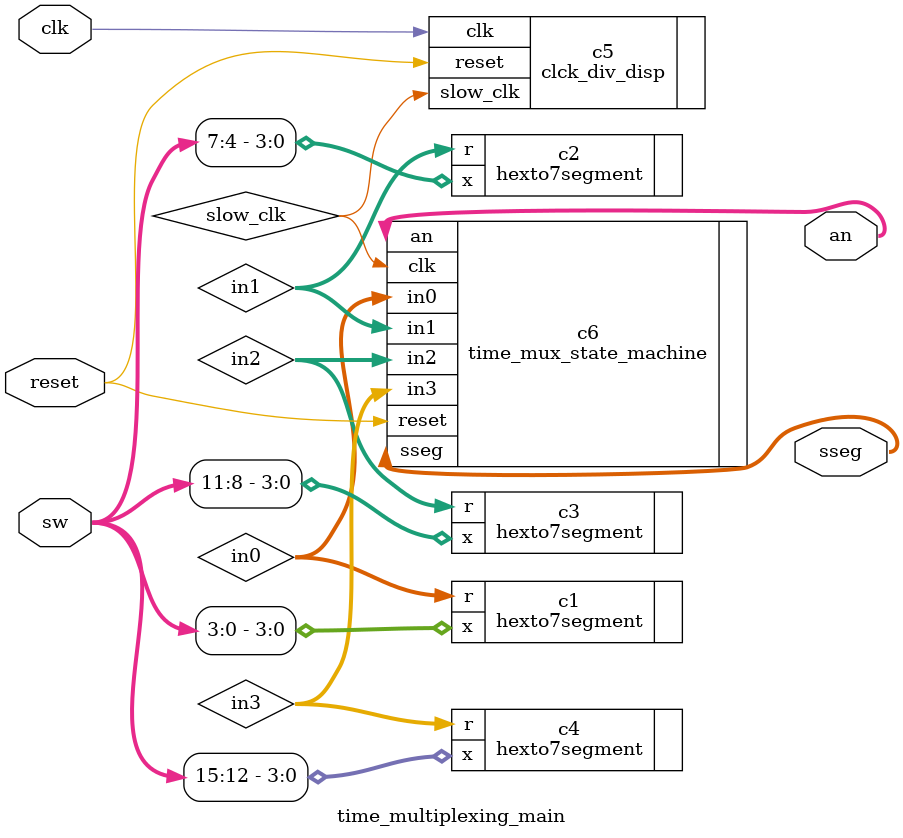
<source format=v>
`timescale 1ns / 1ps

module time_multiplexing_main(
    input clk,
    input reset,
    input [15:0] sw,
    output  [3:0] an,
    output  [6:0] sseg
    );
    
    wire [6:0] in0, in1, in2, in3;
    wire slow_clk;
    
    //Module instantiation of hexto7segment decorder
    hexto7segment c1 (.x(sw[3:0]), .r(in0));
    hexto7segment c2 (.x(sw[7:4]), .r(in1));
    hexto7segment c3 (.x(sw[11:8]), .r(in2));
    hexto7segment c4 (.x(sw[15:12]), .r(in3));
    
    //Module instantiation of the clock divider
    clck_div_disp c5 (.clk(clk), .reset(reset), .slow_clk(slow_clk));
    
    //Module instation of the multiplexer
    time_mux_state_machine c6(
        .clk (slow_clk),
        .reset (reset),
        .in0 (in0),
        .in1 (in1),
        .in2 (in2),
        .in3 (in3),
        .an (an),
        .sseg (sseg));        
endmodule

</source>
